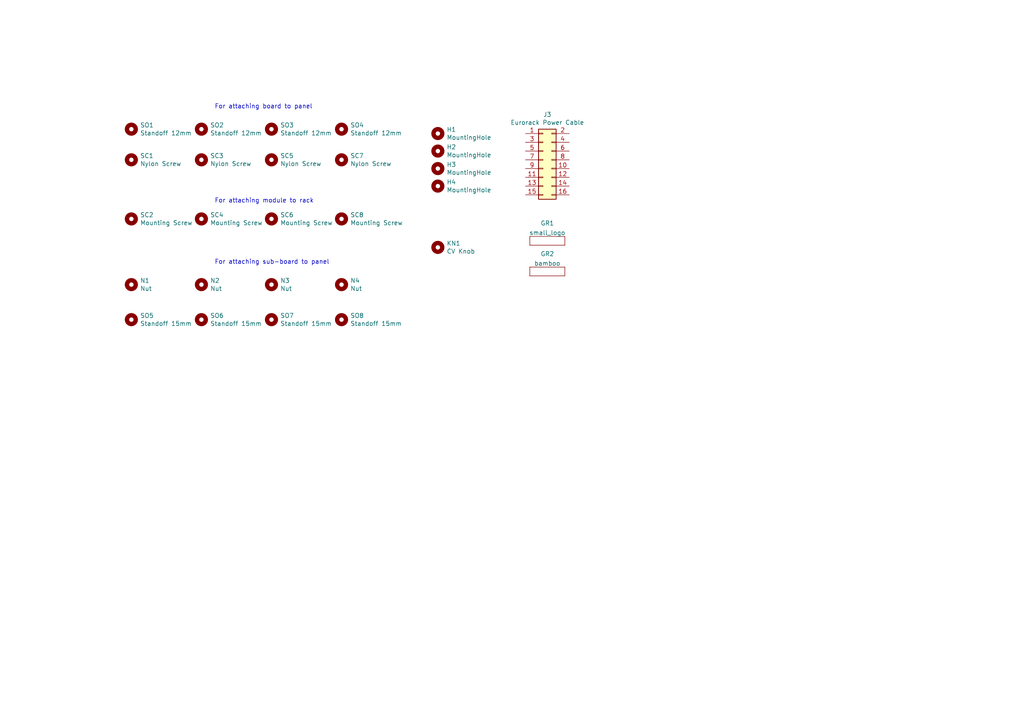
<source format=kicad_sch>
(kicad_sch (version 20211123) (generator eeschema)
  (paper "A4")
  (lib_symbols
    (symbol "Connector_Generic:Conn_02x08_Odd_Even" (pin_names (offset 1.016) hide)
      (property "Reference" "J" (at 1.27 10.16 0))
      (property "Value" "Conn_02x08_Odd_Even" (at 1.27 -12.7 0))
      (symbol "Conn_02x08_Odd_Even_1_1"
        (rectangle (start -1.27 -10.033) (end 0 -10.287) (stroke (width 0.1524)))
        (rectangle (start -1.27 -7.493) (end 0 -7.747) (stroke (width 0.1524)))
        (rectangle (start -1.27 -4.953) (end 0 -5.207) (stroke (width 0.1524)))
        (rectangle (start -1.27 -2.413) (end 0 -2.667) (stroke (width 0.1524)))
        (rectangle (start -1.27 0.127) (end 0 -0.127) (stroke (width 0.1524)))
        (rectangle (start -1.27 2.667) (end 0 2.413) (stroke (width 0.1524)))
        (rectangle (start -1.27 5.207) (end 0 4.953) (stroke (width 0.1524)))
        (rectangle (start -1.27 7.747) (end 0 7.493) (stroke (width 0.1524)))
        (rectangle (start -1.27 8.89) (end 3.81 -11.43) (stroke (width 0.254)) (fill (type background)))
        (rectangle (start 3.81 -10.033) (end 2.54 -10.287) (stroke (width 0.1524)))
        (rectangle (start 3.81 -7.493) (end 2.54 -7.747) (stroke (width 0.1524)))
        (rectangle (start 3.81 -4.953) (end 2.54 -5.207) (stroke (width 0.1524)))
        (rectangle (start 3.81 -2.413) (end 2.54 -2.667) (stroke (width 0.1524)))
        (rectangle (start 3.81 0.127) (end 2.54 -0.127) (stroke (width 0.1524)))
        (rectangle (start 3.81 2.667) (end 2.54 2.413) (stroke (width 0.1524)))
        (rectangle (start 3.81 5.207) (end 2.54 4.953) (stroke (width 0.1524)))
        (rectangle (start 3.81 7.747) (end 2.54 7.493) (stroke (width 0.1524)))
        (pin passive line (at -5.08 7.62 0) (length 3.81) (name "Pin_1") (number "1"))
        (pin passive line (at 7.62 -2.54 180) (length 3.81) (name "Pin_10") (number "10"))
        (pin passive line (at -5.08 -5.08 0) (length 3.81) (name "Pin_11") (number "11"))
        (pin passive line (at 7.62 -5.08 180) (length 3.81) (name "Pin_12") (number "12"))
        (pin passive line (at -5.08 -7.62 0) (length 3.81) (name "Pin_13") (number "13"))
        (pin passive line (at 7.62 -7.62 180) (length 3.81) (name "Pin_14") (number "14"))
        (pin passive line (at -5.08 -10.16 0) (length 3.81) (name "Pin_15") (number "15"))
        (pin passive line (at 7.62 -10.16 180) (length 3.81) (name "Pin_16") (number "16"))
        (pin passive line (at 7.62 7.62 180) (length 3.81) (name "Pin_2") (number "2"))
        (pin passive line (at -5.08 5.08 0) (length 3.81) (name "Pin_3") (number "3"))
        (pin passive line (at 7.62 5.08 180) (length 3.81) (name "Pin_4") (number "4"))
        (pin passive line (at -5.08 2.54 0) (length 3.81) (name "Pin_5") (number "5"))
        (pin passive line (at 7.62 2.54 180) (length 3.81) (name "Pin_6") (number "6"))
        (pin passive line (at -5.08 0 0) (length 3.81) (name "Pin_7") (number "7"))
        (pin passive line (at 7.62 0 180) (length 3.81) (name "Pin_8") (number "8"))
        (pin passive line (at -5.08 -2.54 0) (length 3.81) (name "Pin_9") (number "9"))
      )
    )
    (symbol "Mechanical:MountingHole" (pin_names (offset 1.016))
      (property "Reference" "H" (at 0 5.08 0))
      (property "Value" "MountingHole" (at 0 3.175 0))
      (symbol "MountingHole_0_1"
        (circle (center 0 0) (radius 1.27) (stroke (width 1.27)))
      )
    )
    (symbol "greenface-symbols:small_logo" (pin_numbers hide) (pin_names (offset 0) hide)
      (property "Reference" "GR" (at 0 -2.54 0))
      (property "Value" "small_logo" (at 0 0 0))
      (symbol "small_logo_0_1"
        (rectangle (start -5.08 -1.27) (end -5.08 1.27))
        (rectangle (start -5.08 1.27) (end 5.08 1.27))
        (rectangle (start 5.08 -1.27) (end -5.08 -1.27))
        (rectangle (start 5.08 1.27) (end 5.08 -1.27))
      )
    )
  )
  (text "For attaching module to rack" (at 62.23 59.055 0) (effects (font (size 1.27 1.27)) (justify left bottom)))
  (text "For attaching board to panel" (at 62.23 31.75 0) (effects (font (size 1.27 1.27)) (justify left bottom)))
  (text "For attaching sub-board to panel" (at 62.23 76.835 0) (effects (font (size 1.27 1.27)) (justify left bottom)))
  (symbol (lib_id "Mechanical:MountingHole") (at 38.1 46.355 0) (unit 1) (on_board no)
    (property "Reference" "SC1" (at 40.64 45.1866 0) (effects (justify left)))
    (property "Value" "Nylon Screw" (at 40.64 47.498 0) (effects (justify left)))
    (property "Digi-Key Part" "36-29331-ND" (effects hide))
  )
  (symbol (lib_id "Mechanical:MountingHole") (at 127 43.815 0) (unit 1) (in_bom no)
    (property "Reference" "H2" (at 129.54 42.6466 0) (effects (justify left)))
    (property "Value" "MountingHole" (at 129.54 44.958 0) (effects (justify left)))
    (property "Footprint" "MountingHole:MountingHole_2.5mm" (effects hide))
  )
  (symbol (lib_id "Mechanical:MountingHole") (at 58.42 46.355 0) (unit 1) (on_board no)
    (property "Reference" "SC3" (at 60.96 45.1866 0) (effects (justify left)))
    (property "Value" "Nylon Screw" (at 60.96 47.498 0) (effects (justify left)))
    (property "Digi-Key Part" "36-29331-ND" (effects hide))
  )
  (symbol (lib_id "Mechanical:MountingHole") (at 127 38.735 0) (unit 1) (in_bom no)
    (property "Reference" "H1" (at 129.54 37.5666 0) (effects (justify left)))
    (property "Value" "MountingHole" (at 129.54 39.878 0) (effects (justify left)))
    (property "Footprint" "MountingHole:MountingHole_2.5mm" (effects hide))
  )
  (symbol (lib_id "Mechanical:MountingHole") (at 58.42 82.55 0) (unit 1) (on_board no)
    (property "Reference" "N2" (at 60.96 81.3816 0) (effects (justify left)))
    (property "Value" "Nut" (at 60.96 83.693 0) (effects (justify left)))
    (property "Digi-Key Part" "36-4687-ND" (effects hide))
  )
  (symbol (lib_id "Mechanical:MountingHole") (at 38.1 82.55 0) (unit 1) (on_board no)
    (property "Reference" "N1" (at 40.64 81.3816 0) (effects (justify left)))
    (property "Value" "Nut" (at 40.64 83.693 0) (effects (justify left)))
    (property "Digi-Key Part" "36-4687-ND" (effects hide))
  )
  (symbol (lib_id "Mechanical:MountingHole") (at 127 53.975 0) (unit 1) (in_bom no)
    (property "Reference" "H4" (at 129.54 52.8066 0) (effects (justify left)))
    (property "Value" "MountingHole" (at 129.54 55.118 0) (effects (justify left)))
    (property "Footprint" "MountingHole:MountingHole_2.5mm" (effects hide))
  )
  (symbol (lib_id "Mechanical:MountingHole") (at 99.06 92.71 0) (unit 1) (on_board no)
    (property "Reference" "SO8" (at 101.6 91.5416 0) (effects (justify left)))
    (property "Value" "Standoff 15mm" (at 101.6 93.853 0) (effects (justify left)))
    (property "Digi-Key Part" "732-13072-ND" (effects hide))
  )
  (symbol (lib_id "Mechanical:MountingHole") (at 38.1 63.5 0) (unit 1) (on_board no)
    (property "Reference" "SC2" (at 40.64 62.3316 0) (effects (justify left)))
    (property "Value" "Mounting Screw" (at 40.64 64.643 0) (effects (justify left)))
    (property "Digi-Key Part" "335-1156-ND" (effects hide))
  )
  (symbol (lib_id "Mechanical:MountingHole") (at 38.1 92.71 0) (unit 1) (on_board no)
    (property "Reference" "SO5" (at 40.64 91.5416 0) (effects (justify left)))
    (property "Value" "Standoff 15mm" (at 40.64 93.853 0) (effects (justify left)))
    (property "Digi-Key Part" "732-13072-ND" (effects hide))
  )
  (symbol (lib_id "Mechanical:MountingHole") (at 99.06 82.55 0) (unit 1) (on_board no)
    (property "Reference" "N4" (at 101.6 81.3816 0) (effects (justify left)))
    (property "Value" "Nut" (at 101.6 83.693 0) (effects (justify left)))
    (property "Digi-Key Part" "36-4687-ND" (effects hide))
  )
  (symbol (lib_id "Mechanical:MountingHole") (at 58.42 37.465 0) (unit 1) (on_board no)
    (property "Reference" "SO2" (at 60.96 36.2966 0) (effects (justify left)))
    (property "Value" "Standoff 12mm" (at 60.96 38.608 0) (effects (justify left)))
    (property "Digi-Key Part" "732-13063-ND" (effects hide))
  )
  (symbol (lib_id "greenface-symbols:small_logo") (at 158.75 69.85 0) (unit 1) (in_bom no)
    (property "Reference" "GR1" (at 158.75 64.7405 0))
    (property "Value" "small_logo" (at 158.75 67.5156 0))
    (property "Footprint" "panel:small_face" (effects hide))
  )
  (symbol (lib_id "Mechanical:MountingHole") (at 58.42 63.5 0) (unit 1) (on_board no)
    (property "Reference" "SC4" (at 60.96 62.3316 0) (effects (justify left)))
    (property "Value" "Mounting Screw" (at 60.96 64.643 0) (effects (justify left)))
    (property "Digi-Key Part" "335-1156-ND" (effects hide))
  )
  (symbol (lib_id "Mechanical:MountingHole") (at 78.74 63.5 0) (unit 1) (on_board no)
    (property "Reference" "SC6" (at 81.28 62.3316 0) (effects (justify left)))
    (property "Value" "Mounting Screw" (at 81.28 64.643 0) (effects (justify left)))
    (property "Digi-Key Part" "335-1156-ND" (effects hide))
  )
  (symbol (lib_id "Mechanical:MountingHole") (at 127 48.895 0) (unit 1) (in_bom no)
    (property "Reference" "H3" (at 129.54 47.7266 0) (effects (justify left)))
    (property "Value" "MountingHole" (at 129.54 50.038 0) (effects (justify left)))
    (property "Footprint" "MountingHole:MountingHole_2.5mm" (effects hide))
  )
  (symbol (lib_id "Mechanical:MountingHole") (at 99.06 37.465 0) (unit 1) (on_board no)
    (property "Reference" "SO4" (at 101.6 36.2966 0) (effects (justify left)))
    (property "Value" "Standoff 12mm" (at 101.6 38.608 0) (effects (justify left)))
    (property "Digi-Key Part" "732-13063-ND" (effects hide))
  )
  (symbol (lib_id "greenface-symbols:small_logo") (at 158.75 78.74 0) (unit 1) (in_bom no)
    (property "Reference" "GR2" (at 158.75 73.6305 0))
    (property "Value" "bamboo" (at 158.75 76.4056 0))
    (property "Footprint" "panel:face_logo" (effects hide))
  )
  (symbol (lib_id "Mechanical:MountingHole") (at 127 71.755 0) (unit 1) (on_board no)
    (property "Reference" "KN1" (at 129.54 70.5866 0) (effects (justify left)))
    (property "Value" "CV Knob" (at 129.54 72.898 0) (effects (justify left)))
    (property "Digi-Key Part" "1722-1238-ND" (effects hide))
    (property "DK-Alt" "1722-1314-ND" (effects hide))
  )
  (symbol (lib_id "Mechanical:MountingHole") (at 78.74 37.465 0) (unit 1) (on_board no)
    (property "Reference" "SO3" (at 81.28 36.2966 0) (effects (justify left)))
    (property "Value" "Standoff 12mm" (at 81.28 38.608 0) (effects (justify left)))
    (property "Digi-Key Part" "732-13063-ND" (effects hide))
  )
  (symbol (lib_id "Mechanical:MountingHole") (at 99.06 63.5 0) (unit 1) (on_board no)
    (property "Reference" "SC8" (at 101.6 62.3316 0) (effects (justify left)))
    (property "Value" "Mounting Screw" (at 101.6 64.643 0) (effects (justify left)))
    (property "Digi-Key Part" "335-1156-ND" (effects hide))
  )
  (symbol (lib_id "Mechanical:MountingHole") (at 38.1 37.465 0) (unit 1) (on_board no)
    (property "Reference" "SO1" (at 40.64 36.2966 0) (effects (justify left)))
    (property "Value" "Standoff 12mm" (at 40.64 38.608 0) (effects (justify left)))
    (property "Digi-Key Part" "732-13063-ND" (effects hide))
  )
  (symbol (lib_id "Mechanical:MountingHole") (at 99.06 46.355 0) (unit 1) (on_board no)
    (property "Reference" "SC7" (at 101.6 45.1866 0) (effects (justify left)))
    (property "Value" "Nylon Screw" (at 101.6 47.498 0) (effects (justify left)))
    (property "Digi-Key Part" "36-29331-ND" (effects hide))
  )
  (symbol (lib_id "Mechanical:MountingHole") (at 58.42 92.71 0) (unit 1) (on_board no)
    (property "Reference" "SO6" (at 60.96 91.5416 0) (effects (justify left)))
    (property "Value" "Standoff 15mm" (at 60.96 93.853 0) (effects (justify left)))
    (property "Digi-Key Part" "732-13072-ND" (effects hide))
  )
  (symbol (lib_id "Connector_Generic:Conn_02x08_Odd_Even") (at 157.48 46.355 0) (unit 1) (on_board no)
    (property "Reference" "J3" (at 158.75 33.2232 0))
    (property "Value" "Eurorack Power Cable" (at 158.75 35.5346 0))
    (property "Digi-Key Part" "H3CCS-1618G-ND" (effects hide))
  )
  (symbol (lib_id "Mechanical:MountingHole") (at 78.74 82.55 0) (unit 1) (on_board no)
    (property "Reference" "N3" (at 81.28 81.3816 0) (effects (justify left)))
    (property "Value" "Nut" (at 81.28 83.693 0) (effects (justify left)))
    (property "Digi-Key Part" "36-4687-ND" (effects hide))
  )
  (symbol (lib_id "Mechanical:MountingHole") (at 78.74 46.355 0) (unit 1) (on_board no)
    (property "Reference" "SC5" (at 81.28 45.1866 0) (effects (justify left)))
    (property "Value" "Nylon Screw" (at 81.28 47.498 0) (effects (justify left)))
    (property "Digi-Key Part" "36-29331-ND" (effects hide))
  )
  (symbol (lib_id "Mechanical:MountingHole") (at 78.74 92.71 0) (unit 1) (on_board no)
    (property "Reference" "SO7" (at 81.28 91.5416 0) (effects (justify left)))
    (property "Value" "Standoff 15mm" (at 81.28 93.853 0) (effects (justify left)))
    (property "Digi-Key Part" "732-13072-ND" (effects hide))
  )
)
</source>
